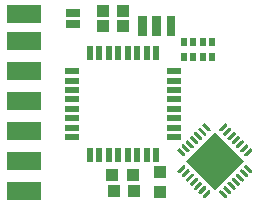
<source format=gbs>
G04 DipTrace Beta 2.3.5.2*
%INMinimOSD_MK2.GBS*%
%MOIN*%
%ADD24R,0.1181X0.063*%
%ADD25R,0.05X0.025*%
%ADD28R,0.0394X0.0433*%
%ADD29R,0.0433X0.0394*%
%ADD43R,0.022X0.05*%
%ADD44R,0.05X0.022*%
%ADD45R,0.0197X0.0256*%
%FSLAX44Y44*%
G04*
G70*
G90*
G75*
G01*
%LNBotMask*%
%LPD*%
D24*
X700Y6350D3*
Y2450D3*
Y1450D3*
Y450D3*
Y3450D3*
Y4450D3*
Y5450D3*
D28*
X5235Y1085D3*
Y415D3*
D29*
X4000Y6450D3*
X3331D3*
X3650Y1000D3*
X4319D3*
X4000Y5950D3*
X3331D3*
X3700Y450D3*
X4369D3*
D43*
X2900Y5050D3*
X3215D3*
X3530D3*
X3845D3*
X4160D3*
X4475D3*
X4790D3*
X5105D3*
D44*
X5692Y4462D3*
Y4147D3*
Y3832D3*
Y3517D3*
Y3203D3*
Y2888D3*
Y2573D3*
Y2258D3*
D43*
X5105Y1670D3*
X4790D3*
X4475D3*
X4160D3*
X3845D3*
X3530D3*
X3215D3*
X2900D3*
D44*
X2312Y2258D3*
Y2573D3*
Y2888D3*
Y3203D3*
Y3517D3*
Y3832D3*
Y4147D3*
Y4462D3*
D45*
X6024Y5419D3*
X6339D3*
X6654D3*
X6969D3*
Y4926D3*
X6654D3*
X6339D3*
X6024D3*
G36*
X5985Y1632D2*
X6007Y1618D1*
X6033Y1615D1*
X6058Y1623D1*
X6077Y1642D1*
X6085Y1667D1*
X6082Y1693D1*
X6068Y1715D1*
X5915Y1868D1*
X5893Y1882D1*
X5867Y1885D1*
X5842Y1877D1*
X5823Y1858D1*
X5815Y1833D1*
X5818Y1807D1*
X5832Y1785D1*
X5985Y1632D1*
G37*
G36*
X6124Y1771D2*
X6146Y1757D1*
X6172Y1754D1*
X6197Y1763D1*
X6216Y1781D1*
X6224Y1806D1*
X6221Y1832D1*
X6208Y1854D1*
X6054Y2008D1*
X6032Y2021D1*
X6006Y2024D1*
X5981Y2016D1*
X5963Y1997D1*
X5954Y1972D1*
X5957Y1946D1*
X5971Y1924D1*
X6124Y1771D1*
G37*
G36*
X6263Y1910D2*
X6285Y1896D1*
X6312Y1893D1*
X6336Y1902D1*
X6355Y1920D1*
X6364Y1945D1*
X6361Y1971D1*
X6347Y1994D1*
X6194Y2147D1*
X6171Y2161D1*
X6145Y2164D1*
X6120Y2155D1*
X6102Y2136D1*
X6093Y2112D1*
X6096Y2085D1*
X6110Y2063D1*
X6263Y1910D1*
G37*
G36*
X6402Y2049D2*
X6425Y2035D1*
X6451Y2032D1*
X6476Y2041D1*
X6494Y2060D1*
X6503Y2084D1*
X6500Y2111D1*
X6486Y2133D1*
X6333Y2286D1*
X6311Y2300D1*
X6284Y2303D1*
X6260Y2294D1*
X6241Y2276D1*
X6232Y2251D1*
X6235Y2225D1*
X6249Y2202D1*
X6402Y2049D1*
G37*
G36*
X6542Y2188D2*
X6564Y2174D1*
X6590Y2172D1*
X6615Y2180D1*
X6633Y2199D1*
X6642Y2224D1*
X6639Y2250D1*
X6625Y2272D1*
X6472Y2425D1*
X6450Y2439D1*
X6424Y2442D1*
X6399Y2433D1*
X6380Y2415D1*
X6372Y2390D1*
X6374Y2364D1*
X6388Y2342D1*
X6542Y2188D1*
G37*
G36*
X6681Y2328D2*
X6703Y2314D1*
X6729Y2311D1*
X6754Y2319D1*
X6773Y2338D1*
X6781Y2363D1*
X6778Y2389D1*
X6764Y2411D1*
X6611Y2564D1*
X6589Y2578D1*
X6563Y2581D1*
X6538Y2573D1*
X6519Y2554D1*
X6511Y2529D1*
X6514Y2503D1*
X6528Y2481D1*
X6681Y2328D1*
G37*
G36*
X6820Y2467D2*
X6842Y2453D1*
X6868Y2450D1*
X6893Y2459D1*
X6912Y2477D1*
X6920Y2502D1*
X6917Y2528D1*
X6903Y2550D1*
X6750Y2703D1*
X6728Y2717D1*
X6702Y2720D1*
X6677Y2712D1*
X6659Y2693D1*
X6650Y2668D1*
X6653Y2642D1*
X6667Y2620D1*
X6820Y2467D1*
G37*
G36*
X7460Y2620D2*
X7474Y2642D1*
X7477Y2668D1*
X7469Y2693D1*
X7450Y2712D1*
X7425Y2720D1*
X7399Y2717D1*
X7377Y2703D1*
X7224Y2550D1*
X7210Y2528D1*
X7207Y2502D1*
X7215Y2477D1*
X7234Y2459D1*
X7259Y2450D1*
X7285Y2453D1*
X7307Y2467D1*
X7460Y2620D1*
G37*
G36*
X7599Y2481D2*
X7613Y2503D1*
X7616Y2529D1*
X7608Y2554D1*
X7589Y2573D1*
X7564Y2581D1*
X7538Y2578D1*
X7516Y2564D1*
X7363Y2411D1*
X7349Y2389D1*
X7346Y2363D1*
X7355Y2338D1*
X7373Y2319D1*
X7398Y2311D1*
X7424Y2314D1*
X7446Y2328D1*
X7599Y2481D1*
G37*
G36*
X7739Y2342D2*
X7753Y2364D1*
X7756Y2390D1*
X7747Y2415D1*
X7728Y2433D1*
X7704Y2442D1*
X7677Y2439D1*
X7655Y2425D1*
X7502Y2272D1*
X7488Y2250D1*
X7485Y2224D1*
X7494Y2199D1*
X7512Y2180D1*
X7537Y2172D1*
X7563Y2174D1*
X7586Y2188D1*
X7739Y2342D1*
G37*
G36*
X7878Y2202D2*
X7892Y2225D1*
X7895Y2251D1*
X7886Y2276D1*
X7868Y2294D1*
X7843Y2303D1*
X7817Y2300D1*
X7794Y2286D1*
X7641Y2133D1*
X7627Y2111D1*
X7624Y2084D1*
X7633Y2060D1*
X7652Y2041D1*
X7676Y2032D1*
X7702Y2035D1*
X7725Y2049D1*
X7878Y2202D1*
G37*
G36*
X8017Y2063D2*
X8031Y2085D1*
X8034Y2112D1*
X8025Y2136D1*
X8007Y2155D1*
X7982Y2164D1*
X7956Y2161D1*
X7934Y2147D1*
X7780Y1994D1*
X7766Y1971D1*
X7763Y1945D1*
X7772Y1920D1*
X7791Y1902D1*
X7816Y1893D1*
X7842Y1896D1*
X7864Y1910D1*
X8017Y2063D1*
G37*
G36*
X8156Y1924D2*
X8170Y1946D1*
X8173Y1972D1*
X8164Y1997D1*
X8146Y2016D1*
X8121Y2024D1*
X8095Y2021D1*
X8073Y2008D1*
X7920Y1854D1*
X7906Y1832D1*
X7903Y1806D1*
X7911Y1781D1*
X7930Y1763D1*
X7955Y1754D1*
X7981Y1757D1*
X8003Y1771D1*
X8156Y1924D1*
G37*
G36*
X8295Y1785D2*
X8309Y1807D1*
X8312Y1833D1*
X8304Y1858D1*
X8285Y1877D1*
X8260Y1885D1*
X8234Y1882D1*
X8212Y1868D1*
X8059Y1715D1*
X8045Y1693D1*
X8042Y1667D1*
X8051Y1642D1*
X8069Y1623D1*
X8094Y1615D1*
X8120Y1618D1*
X8142Y1632D1*
X8295Y1785D1*
G37*
G36*
X8212Y1075D2*
X8234Y1061D1*
X8260Y1058D1*
X8285Y1067D1*
X8304Y1085D1*
X8312Y1110D1*
X8309Y1136D1*
X8295Y1158D1*
X8142Y1312D1*
X8120Y1326D1*
X8094Y1328D1*
X8069Y1320D1*
X8051Y1301D1*
X8042Y1276D1*
X8045Y1250D1*
X8059Y1228D1*
X8212Y1075D1*
G37*
G36*
X8073Y936D2*
X8095Y922D1*
X8121Y919D1*
X8146Y927D1*
X8164Y946D1*
X8173Y971D1*
X8170Y997D1*
X8156Y1019D1*
X8003Y1172D1*
X7981Y1186D1*
X7955Y1189D1*
X7930Y1181D1*
X7911Y1162D1*
X7903Y1137D1*
X7906Y1111D1*
X7920Y1089D1*
X8073Y936D1*
G37*
G36*
X7934Y797D2*
X7956Y783D1*
X7982Y780D1*
X8007Y788D1*
X8025Y807D1*
X8034Y832D1*
X8031Y858D1*
X8017Y880D1*
X7864Y1033D1*
X7842Y1047D1*
X7816Y1050D1*
X7791Y1041D1*
X7772Y1023D1*
X7763Y998D1*
X7766Y972D1*
X7780Y950D1*
X7934Y797D1*
G37*
G36*
X7794Y657D2*
X7817Y643D1*
X7843Y640D1*
X7868Y649D1*
X7886Y668D1*
X7895Y692D1*
X7892Y719D1*
X7878Y741D1*
X7725Y894D1*
X7702Y908D1*
X7676Y911D1*
X7652Y902D1*
X7633Y884D1*
X7624Y859D1*
X7627Y833D1*
X7641Y810D1*
X7794Y657D1*
G37*
G36*
X7655Y518D2*
X7677Y504D1*
X7704Y501D1*
X7728Y510D1*
X7747Y528D1*
X7756Y553D1*
X7753Y579D1*
X7739Y602D1*
X7586Y755D1*
X7563Y769D1*
X7537Y772D1*
X7512Y763D1*
X7494Y744D1*
X7485Y720D1*
X7488Y693D1*
X7502Y671D1*
X7655Y518D1*
G37*
G36*
X7516Y379D2*
X7538Y365D1*
X7564Y362D1*
X7589Y371D1*
X7608Y389D1*
X7616Y414D1*
X7613Y440D1*
X7599Y462D1*
X7446Y616D1*
X7424Y630D1*
X7398Y632D1*
X7373Y624D1*
X7355Y605D1*
X7346Y580D1*
X7349Y554D1*
X7363Y532D1*
X7516Y379D1*
G37*
G36*
X7377Y240D2*
X7399Y226D1*
X7425Y223D1*
X7450Y231D1*
X7469Y250D1*
X7477Y275D1*
X7474Y301D1*
X7460Y323D1*
X7307Y476D1*
X7285Y490D1*
X7259Y493D1*
X7234Y485D1*
X7215Y466D1*
X7207Y441D1*
X7210Y415D1*
X7224Y393D1*
X7377Y240D1*
G37*
G36*
X6903Y393D2*
X6917Y415D1*
X6920Y441D1*
X6912Y466D1*
X6893Y485D1*
X6868Y493D1*
X6842Y490D1*
X6820Y476D1*
X6667Y323D1*
X6653Y301D1*
X6650Y275D1*
X6659Y250D1*
X6677Y231D1*
X6702Y223D1*
X6728Y226D1*
X6750Y240D1*
X6903Y393D1*
G37*
G36*
X6764Y532D2*
X6778Y554D1*
X6781Y580D1*
X6773Y605D1*
X6754Y624D1*
X6729Y632D1*
X6703Y630D1*
X6681Y616D1*
X6528Y462D1*
X6514Y440D1*
X6511Y414D1*
X6519Y389D1*
X6538Y371D1*
X6563Y362D1*
X6589Y365D1*
X6611Y379D1*
X6764Y532D1*
G37*
G36*
X6625Y671D2*
X6639Y693D1*
X6642Y720D1*
X6633Y744D1*
X6615Y763D1*
X6590Y772D1*
X6564Y769D1*
X6542Y755D1*
X6388Y602D1*
X6374Y579D1*
X6372Y553D1*
X6380Y528D1*
X6399Y510D1*
X6424Y501D1*
X6450Y504D1*
X6472Y518D1*
X6625Y671D1*
G37*
G36*
X6486Y810D2*
X6500Y833D1*
X6503Y859D1*
X6494Y884D1*
X6476Y902D1*
X6451Y911D1*
X6425Y908D1*
X6402Y894D1*
X6249Y741D1*
X6235Y719D1*
X6232Y692D1*
X6241Y668D1*
X6260Y649D1*
X6284Y640D1*
X6311Y643D1*
X6333Y657D1*
X6486Y810D1*
G37*
G36*
X6347Y950D2*
X6361Y972D1*
X6364Y998D1*
X6355Y1023D1*
X6336Y1041D1*
X6312Y1050D1*
X6285Y1047D1*
X6263Y1033D1*
X6110Y880D1*
X6096Y858D1*
X6093Y832D1*
X6102Y807D1*
X6120Y788D1*
X6145Y780D1*
X6171Y783D1*
X6194Y797D1*
X6347Y950D1*
G37*
G36*
X6208Y1089D2*
X6221Y1111D1*
X6224Y1137D1*
X6216Y1162D1*
X6197Y1181D1*
X6172Y1189D1*
X6146Y1186D1*
X6124Y1172D1*
X5971Y1019D1*
X5957Y997D1*
X5954Y971D1*
X5963Y946D1*
X5981Y927D1*
X6006Y919D1*
X6032Y922D1*
X6054Y936D1*
X6208Y1089D1*
G37*
G36*
X6068Y1228D2*
X6082Y1250D1*
X6085Y1276D1*
X6077Y1301D1*
X6058Y1320D1*
X6033Y1328D1*
X6007Y1326D1*
X5985Y1312D1*
X5832Y1158D1*
X5818Y1136D1*
X5815Y1110D1*
X5823Y1085D1*
X5842Y1067D1*
X5867Y1058D1*
X5893Y1061D1*
X5915Y1075D1*
X6068Y1228D1*
G37*
G36*
X7064Y497D2*
X6089Y1472D1*
X7064Y2446D1*
X8038Y1472D1*
X7064Y497D1*
G37*
D25*
X2350Y6400D3*
Y6046D3*
G36*
X4788Y5615D2*
X4512D1*
Y6285D1*
X4788D1*
Y5615D1*
G37*
G36*
X5260D2*
X4985D1*
Y6285D1*
X5260D1*
Y5615D1*
G37*
G36*
X5733D2*
X5457D1*
Y6285D1*
X5733D1*
Y5615D1*
G37*
M02*

</source>
